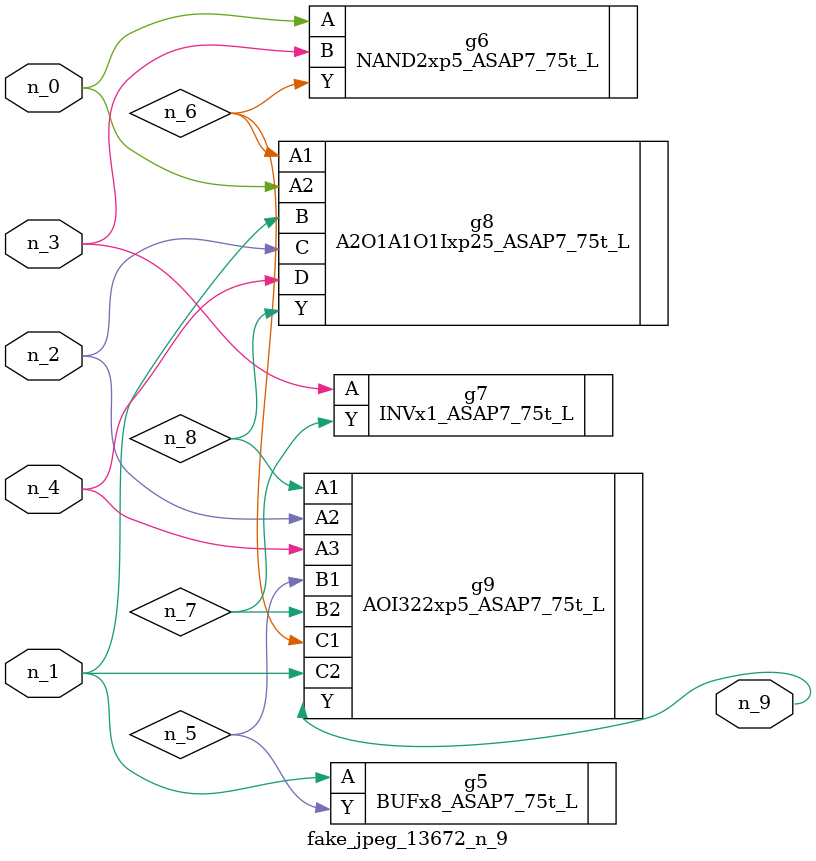
<source format=v>
module fake_jpeg_13672_n_9 (n_3, n_2, n_1, n_0, n_4, n_9);

input n_3;
input n_2;
input n_1;
input n_0;
input n_4;

output n_9;

wire n_8;
wire n_6;
wire n_5;
wire n_7;

BUFx8_ASAP7_75t_L g5 ( 
.A(n_1),
.Y(n_5)
);

NAND2xp5_ASAP7_75t_L g6 ( 
.A(n_0),
.B(n_3),
.Y(n_6)
);

INVx1_ASAP7_75t_L g7 ( 
.A(n_3),
.Y(n_7)
);

A2O1A1O1Ixp25_ASAP7_75t_L g8 ( 
.A1(n_6),
.A2(n_0),
.B(n_1),
.C(n_2),
.D(n_4),
.Y(n_8)
);

AOI322xp5_ASAP7_75t_L g9 ( 
.A1(n_8),
.A2(n_2),
.A3(n_4),
.B1(n_5),
.B2(n_7),
.C1(n_6),
.C2(n_1),
.Y(n_9)
);


endmodule
</source>
